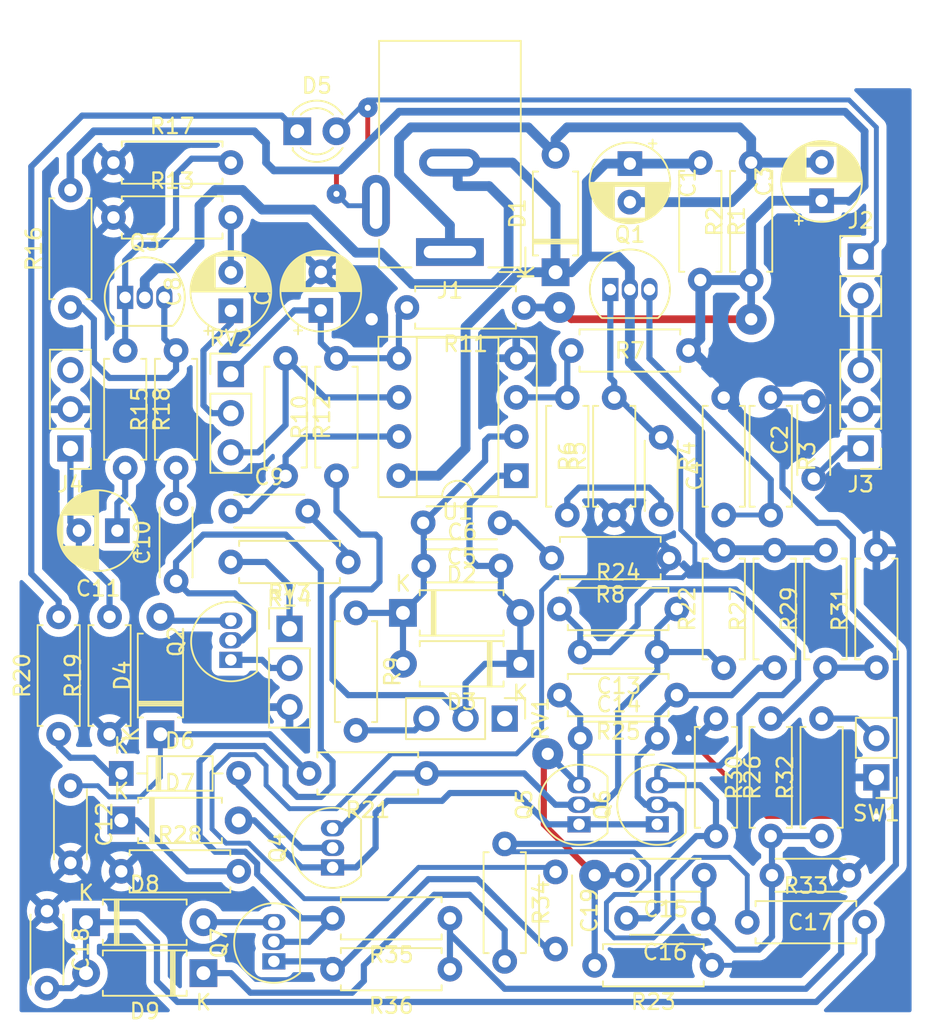
<source format=kicad_pcb>
(kicad_pcb (version 20221018) (generator pcbnew)
  (layers (0 "F.Cu" signal) (31 "B.Cu" signal) (34 "B.Paste" user) (35 "F.Paste" user) (36 "B.SilkS" user "B.Silkscreen") (37 "F.SilkS" user "F.Silkscreen") (38 "B.Mask" user) (39 "F.Mask" user) (44 "Edge.Cuts" user))
  (net 0 "")
  (net 1 "9V")
  (net 2 "Net-(D1-A)")
  (net 3 "Net-(C2-Pad1)")
  (net 4 "Net-(C2-Pad2)")
  (net 5 "4V5")
  (net 6 "Net-(Q1-E)")
  (net 7 "Net-(C4-Pad2)")
  (net 8 "Net-(C5-Pad1)")
  (net 9 "Net-(D2-K)")
  (net 10 "Net-(D2-A)")
  (net 11 "Net-(U1B-+)")
  (net 12 "GND")
  (net 13 "Net-(C8-Pad1)")
  (net 14 "Net-(C8-Pad2)")
  (net 15 "Net-(C9-Pad1)")
  (net 16 "Net-(C9-Pad2)")
  (net 17 "Net-(Q2-S)")
  (net 18 "Net-(C10-Pad2)")
  (net 19 "Net-(C11-Pad1)")
  (net 20 "Net-(C11-Pad2)")
  (net 21 "Net-(D4-K)")
  (net 22 "Net-(Q4-B)")
  (net 23 "Net-(Q6-B)")
  (net 24 "Net-(Q5-B)")
  (net 25 "Net-(Q6-C)")
  (net 26 "Net-(C15-Pad1)")
  (net 27 "Net-(D8-K)")
  (net 28 "Net-(Q7-D)")
  (net 29 "Net-(D4-A)")
  (net 30 "Net-(D5-K)")
  (net 31 "Net-(D5-A)")
  (net 32 "Net-(D6-K)")
  (net 33 "Net-(D6-A)")
  (net 34 "Net-(D7-K)")
  (net 35 "Net-(D7-A)")
  (net 36 "Net-(D8-A)")
  (net 37 "Net-(D9-K)")
  (net 38 "Net-(J2-Pin_2)")
  (net 40 "Net-(Q1-B)")
  (net 41 "Net-(Q2-D)")
  (net 42 "Net-(Q3-E)")
  (net 43 "Net-(Q3-B)")
  (net 44 "Net-(U1A-+)")
  (net 45 "Net-(R9-Pad2)")
  (net 46 "Net-(U1B--)")
  (net 47 "Net-(R14-Pad2)")
  (net 48 "Net-(R29-Pad1)")
  (net 49 "Net-(R32-Pad2)")
  (footprint "Capacitor_THT:C_Disc_D4.3mm_W1.9mm_P5.00mm" (layer "F.Cu") (at 185.928 87.63 180)
    (fp_text reference "C15")
    (fp_text value "1n")
  )
  (footprint "Resistor_THT:R_Axial_DIN0207_L6.3mm_D2.5mm_P7.62mm_Horizontal" (layer "F.Cu") (at 184.15 75.946 180)
    (fp_text reference "R25")
    (fp_text value "56K")
  )
  (footprint "Package_TO_SOT_THT:TO-92L_Inline" (layer "F.Cu") (at 157.988 93.218 90)
    (fp_text reference "Q7")
    (fp_text value "2SK44SP")
  )
  (footprint "Resistor_THT:R_Axial_DIN0207_L6.3mm_D2.5mm_P7.62mm_Horizontal" (layer "F.Cu") (at 193.802 74.168 90)
    (fp_text reference "R29")
    (fp_text value "62K")
  )
  (footprint "Resistor_THT:R_Axial_DIN0207_L6.3mm_D2.5mm_P7.62mm_Horizontal" (layer "F.Cu") (at 193.548 85.09 90)
    (fp_text reference "R32")
    (fp_text value "22K")
  )
  (footprint "Resistor_THT:R_Axial_DIN0207_L6.3mm_D2.5mm_P7.62mm_Horizontal" (layer "F.Cu") (at 180.086 64.262 90)
    (fp_text reference "R5")
    (fp_text value "10K")
  )
  (footprint "Connector_PinHeader_2.54mm:PinHeader_1x03_P2.54mm_Vertical" (layer "F.Cu") (at 155.194 55.118)
    (fp_text reference "RV2")
    (fp_text value "20K")
  )
  (footprint "Resistor_THT:R_Axial_DIN0207_L6.3mm_D2.5mm_P7.62mm_Horizontal" (layer "F.Cu") (at 148.336 53.594 -90)
    (fp_text reference "R18")
    (fp_text value "100")
  )
  (footprint "Connector_PinHeader_2.54mm:PinHeader_1x03_P2.54mm_Vertical" (layer "F.Cu") (at 144.78 59.944 180)
    (fp_text reference "J4")
    (fp_text value "OUT")
  )
  (footprint "Resistor_THT:R_Axial_DIN0207_L6.3mm_D2.5mm_P7.62mm_Horizontal" (layer "F.Cu") (at 151.638 61.214 90)
    (fp_text reference "R15")
    (fp_text value "1K")
  )
  (footprint "Connector_PinHeader_2.54mm:PinHeader_1x02_P2.54mm_Vertical" (layer "F.Cu") (at 196.088 47.493)
    (fp_text reference "J2")
    (fp_text value "BAT")
  )
  (footprint "Resistor_THT:R_Axial_DIN0207_L6.3mm_D2.5mm_P7.62mm_Horizontal" (layer "F.Cu") (at 144.018 78.486 90)
    (fp_text reference "R20")
    (fp_text value "136K")
  )
  (footprint "Connector_BarrelJack:BarrelJack_Wuerth_6941xx301002" (layer "F.Cu") (at 169.418 47.202 180)
    (fp_text reference "J1")
    (fp_text value "DC 9V")
  )
  (footprint "Package_TO_SOT_THT:TO-92L_Inline" (layer "F.Cu") (at 155.194 73.66 90)
    (fp_text reference "Q2")
    (fp_text value "2SK44SP")
  )
  (footprint "Capacitor_THT:C_Disc_D4.3mm_W1.9mm_P5.00mm" (layer "F.Cu") (at 144.78 81.828 -90)
    (fp_text reference "C12")
    (fp_text value "0.02")
  )
  (footprint "Resistor_THT:R_Axial_DIN0207_L6.3mm_D2.5mm_P7.62mm_Horizontal" (layer "F.Cu") (at 190.246 85.09 90)
    (fp_text reference "R30")
    (fp_text value "1M")
  )
  (footprint "Connector_PinHeader_2.54mm:PinHeader_1x02_P2.54mm_Vertical" (layer "F.Cu") (at 197.104 81.285 180)
    (fp_text reference "SW1")
    (fp_text value "SW_Push")
  )
  (footprint "Capacitor_THT:C_Disc_D4.3mm_W1.9mm_P5.00mm" (layer "F.Cu") (at 182.88 73.152 180)
    (fp_text reference "C13")
    (fp_text value "100p")
  )
  (footprint "Diode_THT:D_A-405_P7.62mm_Horizontal" (layer "F.Cu") (at 145.796 90.678)
    (fp_text reference "D8")
    (fp_text value "D")
  )
  (footprint "Capacitor_THT:C_Disc_D4.3mm_W1.9mm_P5.00mm" (layer "F.Cu") (at 155.194 64.008)
    (fp_text reference "C9")
    (fp_text value "1uF/50V")
  )
  (footprint "Capacitor_THT:C_Disc_D4.3mm_W1.9mm_P5.00mm" (layer "F.Cu") (at 143.256 89.956 -90)
    (fp_text reference "C18")
    (fp_text value "0.047")
  )
  (footprint "Resistor_THT:R_Axial_DIN0207_L6.3mm_D2.5mm_P7.62mm_Horizontal" (layer "F.Cu") (at 147.574 41.402)
    (fp_text reference "R17")
    (fp_text value "10K")
  )
  (footprint "Package_DIP:DIP-8_W7.62mm_Socket" (layer "F.Cu") (at 173.726 61.712 180)
    (fp_text reference "U1")
    (fp_text value "RC4558")
  )
  (footprint "Resistor_THT:R_Axial_DIN0207_L6.3mm_D2.5mm_P7.62mm_Horizontal" (layer "F.Cu") (at 147.32 78.486 90)
    (fp_text reference "R19")
    (fp_text value "10K")
  )
  (footprint "Capacitor_THT:CP_Radial_D5.0mm_P2.50mm" (layer "F.Cu") (at 155.194 51.014 90)
    (fp_text reference "C8")
    (fp_text value "0.22uF/10V")
  )
  (footprint "Resistor_THT:R_Axial_DIN0207_L6.3mm_D2.5mm_P7.62mm_Horizontal" (layer "F.Cu") (at 187.198 64.262 90)
    (fp_text reference "R4")
    (fp_text value "510K")
  )
  (footprint "Resistor_THT:R_Axial_DIN0207_L6.3mm_D2.5mm_P7.62mm_Horizontal" (layer "F.Cu") (at 190.246 56.642 -90)
    (fp_text reference "R3")
    (fp_text value "1K")
  )
  (footprint "Capacitor_THT:CP_Radial_D5.0mm_P2.50mm" (layer "F.Cu") (at 161.036 50.989113 90)
    (fp_text reference "C7")
    (fp_text value "0.22uF/10V")
  )
  (footprint "Resistor_THT:R_Axial_DIN0207_L6.3mm_D2.5mm_P7.62mm_Horizontal" (layer "F.Cu") (at 158.75 54.102 -90)
    (fp_text reference "R12")
    (fp_text value "1K")
  )
  (footprint "Resistor_THT:R_Axial_DIN0207_L6.3mm_D2.5mm_P7.62mm_Horizontal" (layer "F.Cu") (at 177.038 64.262 90)
    (fp_text reference "R6")
    (fp_text value "1K")
  )
  (footprint "Diode_THT:D_A-405_P7.62mm_Horizontal" (layer "F.Cu") (at 173.99 73.914 180)
    (fp_text reference "D3")
    (fp_text value "D")
  )
  (footprint "Resistor_THT:R_Axial_DIN0207_L6.3mm_D2.5mm_P7.62mm_Horizontal" (layer "F.Cu") (at 197.104 74.168 90)
    (fp_text reference "R31")
    (fp_text value "22K")
  )
  (footprint "Capacitor_THT:C_Disc_D4.3mm_W1.9mm_P5.00mm" (layer "F.Cu") (at 193.04 61.896 90)
    (fp_text reference "C2")
    (fp_text value "0.02")
  )
  (footprint "Capacitor_THT:CP_Radial_D5.0mm_P2.50mm" (layer "F.Cu") (at 147.828 65.278 180)
    (fp_text reference "C11")
    (fp_text value "10uF/35V")
  )
  (footprint "Capacitor_THT:C_Disc_D4.3mm_W1.9mm_P5.00mm" (layer "F.Cu") (at 195.326 87.63 180)
    (fp_text reference "C17")
    (fp_text value "1n")
  )
  (footprint "Resistor_THT:R_Axial_DIN0207_L6.3mm_D2.5mm_P7.62mm_Horizontal" (layer "F.Cu") (at 169.418 90.424 180)
    (fp_text reference "R35")
    (fp_text value "510K")
  )
  (footprint "Resistor_THT:R_Axial_DIN0207_L6.3mm_D2.5mm_P7.62mm_Horizontal" (layer "F.Cu") (at 187.198 74.168 90)
    (fp_text reference "R22")
    (fp_text value "56K")
  )
  (footprint "Resistor_THT:R_Axial_DIN0207_L6.3mm_D2.5mm_P7.62mm_Horizontal" (layer "F.Cu") (at 169.418 93.726 180)
    (fp_text reference "R36")
    (fp_text value "510K")
  )
  (footprint "Capacitor_THT:C_Disc_D4.3mm_W1.9mm_P5.00mm" (layer "F.Cu") (at 183.134 59.222 -90)
    (fp_text reference "C4")
    (fp_text value "0.02")
  )
  (footprint "Resistor_THT:R_Axial_DIN0207_L6.3mm_D2.5mm_P7.62mm_Horizontal" (layer "F.Cu") (at 147.574 44.958)
    (fp_text reference "R13")
    (fp_text value "220")
  )
  (footprint "Resistor_THT:R_Axial_DIN0207_L6.3mm_D2.5mm_P7.62mm_Horizontal" (layer "F.Cu") (at 162.814 67.31 180)
    (fp_text reference "R14")
    (fp_text value "1K")
  )
  (footprint "Package_TO_SOT_THT:TO-92_Inline" (layer "F.Cu") (at 148.336 50.144)
    (fp_text reference "Q3")
    (fp_text value "2SC1815")
  )
  (footprint "Capacitor_THT:CP_Radial_D5.0mm_P2.50mm" (layer "F.Cu") (at 193.548 43.877113 90)
    (fp_text reference "C3")
    (fp_text value "100uF/10V")
  )
  (footprint "Package_TO_SOT_THT:TO-92_Inline" (layer "F.Cu") (at 161.798 87.122 90)
    (fp_text reference "Q4")
    (fp_text value "2SC1815")
  )
  (footprint "Diode_THT:D_A-405_P7.62mm_Horizontal" (layer "F.Cu") (at 148.082 84.074)
    (fp_text reference "D7")
    (fp_text value "D")
  )
  (footprint "Diode_THT:D_A-405_P7.62mm_Horizontal" (layer "F.Cu") (at 176.276 48.514 90)
    (fp_text reference "D1")
    (fp_text value "D")
  )
  (footprint "Resistor_THT:R_Axial_DIN0207_L6.3mm_D2.5mm_P7.62mm_Horizontal" (layer "F.Cu") (at 144.78 50.8 90)
    (fp_text reference "R16")
    (fp_text value "510K")
  )
  (footprint "Package_TO_SOT_THT:TO-92_Inline" (layer "F.Cu") (at 179.832 49.636)
    (fp_text reference "Q1")
    (fp_text value "2SC1815")
  )
  (footprint "Resistor_THT:R_Axial_DIN0207_L6.3mm_D2.5mm_P7.62mm_Horizontal" (layer "F.Cu") (at 162.052 61.722 90)
    (fp_text reference "R10")
    (fp_text value "1K")
  )
  (footprint "Capacitor_THT:C_Disc_D4.3mm_W1.9mm_P5.00mm" (layer "F.Cu") (at 177.88 78.74)
    (fp_text reference "C14")
    (fp_text value "100p")
  )
  (footprint "Resistor_THT:R_Axial_DIN0207_L6.3mm_D2.5mm_P7.62mm_Horizontal" (layer "F.Cu") (at 190.5 74.168 90)
    (fp_text reference "R27")
    (fp_text value "56K")
  )
  (footprint "Diode_THT:D_A-405_P7.62mm_Horizontal" (layer "F.Cu") (at 150.622 78.486 90)
    (fp_text reference "D4")
    (fp_text value "D")
  )
  (footprint "Connector_PinHeader_2.54mm:PinHeader_1x03_P2.54mm_Vertical" (layer "F.Cu") (at 159.004 71.643)
    (fp_text reference "RV3")
    (fp_text value "20K")
  )
  (footprint "Connector_PinHeader_2.54mm:PinHeader_1x03_P2.54mm_Vertical" (layer "F.Cu") (at 196.088 59.944 180)
    (fp_text reference "J3")
    (fp_text value "IN")
  )
  (footprint "Resistor_THT:R_Axial_DIN0207_L6.3mm_D2.5mm_P7.62mm_Horizontal" (layer "F.Cu") (at 184.912 53.594 180)
    (fp_text reference "R7")
    (fp_text value "10K")
  )
  (footprint "Resistor_THT:R_Axial_DIN0207_L6.3mm_D2.5mm_P7.62mm_Horizontal" (layer "F.Cu") (at 183.642 67.056 180)
    (fp_text reference "R8")
    (fp_text value "4K7")
  )
  (footprint "Diode_THT:D_A-405_P7.62mm_Horizontal" (layer "F.Cu") (at 153.416 93.98 180)
    (fp_text reference "D9")
    (fp_text value "D")
  )
  (footprint "Resistor_THT:R_Axial_DIN0207_L6.3mm_D2.5mm_P7.62mm_Horizontal" (layer "F.Cu") (at 185.674 41.402 -90)
    (fp_text reference "R1")
    (fp_text value "10K")
  )
  (footprint "Capacitor_THT:C_Disc_D4.3mm_W1.9mm_P5.00mm" (layer "F.Cu") (at 185.888 90.424 180)
    (fp_text reference "C16")
    (fp_text value "1n")
  )
  (footprint "Capacitor_THT:CP_Radial_D5.0mm_P2.50mm" (layer "F.Cu") (at 181.102 41.466888 -90)
    (fp_text reference "C1")
    (fp_text value "100uF/10V")
  )
  (footprint "Resistor_THT:R_Axial_DIN0207_L6.3mm_D2.5mm_P7.62mm_Horizontal" (layer "F.Cu") (at 148.082 87.376)
    (fp_text reference "R28")
    (fp_text value "100")
  )
  (footprint "Capacitor_THT:C_Disc_D4.3mm_W1.9mm_P5.00mm" (layer "F.Cu") (at 167.72 67.564)
    (fp_text reference "C6")
    (fp_text value "0.047")
  )
  (footprint "Resistor_THT:R_Axial_DIN0207_L6.3mm_D2.5mm_P7.62mm_Horizontal" (layer "F.Cu") (at 188.722 90.678)
    (fp_text reference "R33")
    (fp_text value "1M")
  )
  (footprint "LED_THT:LED_D3.0mm" (layer "F.Cu") (at 159.507 39.37)
    (fp_text reference "D5")
    (fp_text value "LED")
  )
  (footprint "Package_TO_SOT_THT:TO-92_Inline" (layer "F.Cu") (at 182.88 84.328 90)
    (fp_text reference "Q6")
    (fp_text value "2SC1815")
  )
  (footprint "Resistor_THT:R_Axial_DIN0207_L6.3mm_D2.5mm_P7.62mm_Horizontal" (layer "F.Cu") (at 176.53 70.358)
    (fp_text reference "R24")
    (fp_text value "56K")
  )
  (footprint "Capacitor_THT:C_Disc_D4.3mm_W1.9mm_P5.00mm" (layer "F.Cu") (at 176.276 87.416 -90)
    (fp_text reference "C19")
    (fp_text value "0.1")
  )
  (footprint "Diode_THT:D_DO-35_SOD27_P7.62mm_Horizontal" (layer "F.Cu") (at 148.082 81.026)
    (fp_text reference "D6")
    (fp_text value "D_Zener")
  )
  (footprint "Resistor_THT:R_Axial_DIN0207_L6.3mm_D2.5mm_P7.62mm_Horizontal" (layer "F.Cu") (at 186.436 93.472 180)
    (fp_text reference "R23")
    (fp_text value "56K")
  )
  (footprint "Diode_THT:D_A-405_P7.62mm_Horizontal" (layer "F.Cu") (at 166.37 70.612)
    (fp_text reference "D2")
    (fp_text value "D")
  )
  (footprint "Capacitor_THT:C_Disc_D4.3mm_W1.9mm_P5.00mm" (layer "F.Cu") (at 172.68 64.77 180)
    (fp_text reference "C5")
    (fp_text value "0.047")
  )
  (footprint "Resistor_THT:R_Axial_DIN0207_L6.3mm_D2.5mm_P7.62mm_Horizontal" (layer "F.Cu") (at 174.244 50.8 180)
    (fp_text reference "R11")
    (fp_text value "10K")
  )
  (footprint "Resistor_THT:R_Axial_DIN0207_L6.3mm_D2.5mm_P7.62mm_Horizontal" (layer "F.Cu") (at 167.894 81.026 180)
    (fp_text reference "R21")
    (fp_text value "1M")
  )
  (footprint "Resistor_THT:R_Axial_DIN0207_L6.3mm_D2.5mm_P7.62mm_Horizontal" (layer "F.Cu") (at 186.69 77.47 -90)
    (fp_text reference "R26")
    (fp_text value "56K")
  )
  (footprint "Capacitor_THT:C_Disc_D4.3mm_W1.9mm_P5.00mm" (layer "F.Cu") (at 151.638 68.54 90)
    (fp_text reference "C10")
    (fp_text value "0.02")
  )
  (footprint "Resistor_THT:R_Axial_DIN0207_L6.3mm_D2.5mm_P7.62mm_Horizontal" (layer "F.Cu") (at 172.974 85.598 -90)
    (fp_text reference "R34")
    (fp_text value "1M")
  )
  (footprint "Resistor_THT:R_Axial_DIN0207_L6.3mm_D2.5mm_P7.62mm_Horizontal" (layer "F.Cu") (at 188.976 49.022 90)
    (fp_text reference "R2")
    (fp_text value "10K")
  )
  (footprint "Package_TO_SOT_THT:TO-92_Inline" (layer "F.Cu") (at 177.8 84.328 90)
    (fp_text reference "Q5")
    (fp_text value "2SC1815")
  )
  (footprint "Connector_PinHeader_2.54mm:PinHeader_1x03_P2.54mm_Vertical" (layer "F.Cu") (at 172.974 77.47 -90)
    (fp_text reference "RV1")
    (fp_text value "500K")
  )
  (footprint "Resistor_THT:R_Axial_DIN0207_L6.3mm_D2.5mm_P7.62mm_Horizontal" (layer "F.Cu") (at 163.322 70.612 -90)
    (fp_text reference "R9")
    (fp_text value "4K7")
  )
  (segment (start 163.322 47.244) (end 164.931227 47.244) (width 0.635) (layer "B.Cu") (net 1))
  (segment (start 181.102 54.356) (end 185.674 58.928) (width 0.635) (layer "B.Cu") (net 1))
  (segment (start 153.162 44.196) (end 154.178 43.18) (width 0.635) (layer "B.Cu") (net 1))
  (segment (start 185.609112 41.466888) (end 185.674 41.402) (width 0.635) (layer "B.Cu") (net 1))
  (segment (start 185.674 58.928) (end 185.674 65.532) (width 0.635) (layer "B.Cu") (net 1))
  (segment (start 176.276 48.514) (end 176.276 44.196) (width 0.635) (layer "B.Cu") (net 1))
  (segment (start 178.308 42.672) (end 179.513112 41.466888) (width 0.635) (layer "B.Cu") (net 1))
  (segment (start 181.102 49.636) (end 181.102 48.26) (width 0.635) (layer "B.Cu") (net 1))
  (segment (start 176.276 44.196) (end 173.482 41.402) (width 0.635) (layer "B.Cu") (net 1))
  (segment (start 190.5 66.548) (end 193.802 66.548) (width 0.635) (layer "B.Cu") (net 1))
  (segment (start 160.528 44.45) (end 163.322 47.244) (width 0.635) (layer "B.Cu") (net 1))
  (segment (start 185.674 65.532) (end 186.69 66.548) (width 0.635) (layer "B.Cu") (net 1))
  (segment (start 151.638 48.26) (end 153.162 46.736) (width 0.635) (layer "B.Cu") (net 1))
  (segment (start 150.368 48.26) (end 151.638 48.26) (width 0.635) (layer "B.Cu") (net 1))
  (segment (start 149.606 50.144) (end 149.606 49.022) (width 0.635) (layer "B.Cu") (net 1))
  (segment (start 181.102 48.26) (end 180.34 47.498) (width 0.635) (layer "B.Cu") (net 1))
  (segment (start 173.228 44.196) (end 171.958 42.926) (width 0.635) (layer "B.Cu") (net 1))
  (segment (start 166.963227 49.276) (end 172.212 49.276) (width 0.635) (layer "B.Cu") (net 1))
  (segment (start 179.513112 41.466888) (end 181.102 41.466888) (width 0.635) (layer "B.Cu") (net 1))
  (segment (start 157.226 44.45) (end 160.528 44.45) (width 0.635) (layer "B.Cu") (net 1))
  (segment (start 181.291112 41.402) (end 181.356 41.466888) (width 0.635) (layer "B.Cu") (net 1))
  (segment (start 171.958 42.926) (end 169.926 42.926) (width 0.635) (layer "B.Cu") (net 1))
  (segment (start 168.666 61.712) (end 170.434 59.944) (width 0.635) (layer "B.Cu") (net 1))
  (segment (start 149.606 49.022) (end 150.368 48.26) (width 0.635) (layer "B.Cu") (net 1))
  (segment (start 186.69 66.548) (end 187.198 66.548) (width 0.635) (layer "B.Cu") (net 1))
  (segment (start 170.434 59.944) (end 170.434 52.07) (width 0.635) (layer "B.Cu") (net 1))
  (segment (start 187.198 66.548) (end 190.5 66.548) (width 0.635) (layer "B.Cu") (net 1))
  (segment (start 173.228 48.26) (end 173.228 44.196) (width 0.635) (layer "B.Cu") (net 1))
  (segment (start 170.434 52.07) (end 173.99 48.514) (width 0.635) (layer "B.Cu") (net 1))
  (segment (start 164.931227 47.244) (end 166.963227 49.276) (width 0.635) (layer "B.Cu") (net 1))
  (segment (start 169.926 42.926) (end 169.926 41.91) (width 0.635) (layer "B.Cu") (net 1))
  (segment (start 181.102 49.636) (end 181.102 54.356) (width 0.635) (layer "B.Cu") (net 1))
  (segment (start 181.102 41.466888) (end 185.609112 41.466888) (width 0.635) (layer "B.Cu") (net 1))
  (segment (start 155.956 43.18) (end 157.226 44.45) (width 0.635) (layer "B.Cu") (net 1))
  (segment (start 173.482 41.402) (end 169.418 41.402) (width 0.635) (layer "B.Cu") (net 1))
  (segment (start 169.926 41.91) (end 169.418 41.402) (width 0.635) (layer "B.Cu") (net 1))
  (segment (start 178.308 47.498) (end 178.308 42.672) (width 0.635) (layer "B.Cu") (net 1))
  (segment (start 180.34 47.498) (end 178.308 47.498) (width 0.635) (layer "B.Cu") (net 1))
  (segment (start 172.212 49.276) (end 173.228 48.26) (width 0.635) (layer "B.Cu") (net 1))
  (segment (start 153.162 46.736) (end 153.162 44.196) (width 0.635) (layer "B.Cu") (net 1))
  (segment (start 176.276 48.514) (end 177.292 48.514) (width 0.635) (layer "B.Cu") (net 1))
  (segment (start 177.292 48.514) (end 178.308 47.498) (width 0.635) (layer "B.Cu") (net 1))
  (segment (start 166.106 61.712) (end 168.666 61.712) (width 0.635) (layer "B.Cu") (net 1))
  (segment (start 173.99 48.514) (end 176.276 48.514) (width 0.635) (layer "B.Cu") (net 1))
  (segment (start 154.178 43.18) (end 155.956 43.18) (width 0.635) (layer "B.Cu") (net 1))
  (segment (start 166.878 39.116) (end 166.116 39.878) (width 0.635) (layer "B.Cu") (net 2))
  (segment (start 177.038 39.116) (end 188.214 39.116) (width 0.635) (layer "B.Cu") (net 2))
  (segment (start 188.976 39.878) (end 188.976 41.402) (width 0.635) (layer "B.Cu") (net 2))
  (segment (start 176.276 40.894) (end 176.276 39.878) (width 0.635) (layer "B.Cu") (net 2))
  (segment (start 188.976 42.672) (end 187.681112 43.966888) (width 0.635) (layer "B.Cu") (net 2))
  (segment (start 188.214 39.116) (end 188.976 39.878) (width 0.635) (layer "B.Cu") (net 2))
  (segment (start 176.276 39.878) (end 177.038 39.116) (width 0.635) (layer "B.Cu") (net 2))
  (segment (start 188.976 41.402) (end 193.523113 41.402) (width 0.635) (layer "B.Cu") (net 2))
  (segment (start 176.276 40.894) (end 174.498 39.116) (width 0.635) (layer "B.Cu") (net 2))
  (segment (start 187.681112 43.966888) (end 181.102 43.966888) (width 0.635) (layer "B.Cu") (net 2))
  (segment (start 166.116 39.878) (end 166.116 42.164) (width 0.635) (layer "B.Cu") (net 2))
  (segment (start 174.498 39.116) (end 166.878 39.116) (width 0.635) (layer "B.Cu") (net 2))
  (segment (start 188.976 41.402) (end 188.976 42.672) (width 0.635) (layer "B.Cu") (net 2))
  (segment (start 169.418 45.466) (end 169.418 47.202) (width 0.635) (layer "B.Cu") (net 2))
  (segment (start 166.116 42.164) (end 169.418 45.466) (width 0.635) (layer "B.Cu") (net 2))
  (segment (start 193.523113 41.402) (end 193.548 41.377113) (width 0.635) (layer "B.Cu") (net 2))
  (segment (start 194.992 59.944) (end 193.04 61.896) (width 0.4) (layer "B.Cu") (net 3))
  (segment (start 193.04 61.896) (end 192.532 61.896) (width 0.4) (layer "B.Cu") (net 3))
  (segment (start 196.088 59.944) (end 194.992 59.944) (width 0.4) (layer "B.Cu") (net 3))
  (segment (start 190.246 56.642) (end 192.278 56.642) (width 0.4) (layer "B.Cu") (net 4))
  (segment (start 192.278 56.642) (end 192.532 56.896) (width 0.4) (layer "B.Cu") (net 4))
  (segment (start 189.23 51.562) (end 188.976 51.562) (width 0.5) (layer "F.Cu") (net 5))
  (segment (start 176.53 50.8) (end 177.292 51.562) (width 0.5) (layer "F.Cu") (net 5))
  (segment (start 177.292 51.562) (end 188.976 51.562) (width 0.5) (layer "F.Cu") (net 5))
  (via (at 188.976 51.562) (size 2) (drill 0.8) (layers "F.Cu" "B.Cu") (net 5))
  (via (at 176.53 50.8) (size 2) (drill 0.8) (layers "F.Cu" "B.Cu") (net 5))
  (segment (start 193.294 64.77) (end 194.564 64.77) (width 0.4) (layer "B.Cu") (net 5))
  (segment (start 144.78 43.18) (end 144.78 40.894) (width 0.5) (layer "B.Cu") (net 5))
  (segment (start 195.58 65.786) (end 195.58 70.358) (width 0.4) (layer "B.Cu") (net 5))
  (segment (start 156.718 39.37) (end 157.48 40.132) (width 0.5) (layer "B.Cu") (net 5))
  (segment (start 193.548 43.877113) (end 190.310887 43.877113) (width 0.635) (layer "B.Cu") (net 5))
  (segment (start 166.116 38.1) (end 195.072 38.1) (width 0.5) (layer "B.Cu") (net 5))
  (segment (start 188.976 45.212) (end 188.976 49.022) (width 0.635) (layer "B.Cu") (net 5))
  (segment (start 195.58 70.358) (end 198.374 73.152) (width 0.4) (layer "B.Cu") (net 5))
  (segment (start 144.78 40.894) (end 146.304 39.37) (width 0.5) (layer "B.Cu") (net 5))
  (segment (start 185.674 49.022) (end 185.674 52.832) (width 0.635) (layer "B.Cu") (net 5))
  (segment (start 157.48 41.402) (end 157.988 41.91) (width 0.5) (layer "B.Cu") (net 5))
  (segment (start 187.198 55.626) (end 185.166 53.594) (width 0.635) (layer "B.Cu") (net 5))
  (segment (start 188.976 51.562) (end 188.976 49.022) (width 0.5) (layer "B.Cu") (net 5))
  (segment (start 187.198 56.642) (end 187.198 55.626) (width 0.635) (layer "B.Cu") (net 5))
  (segment (start 194.818 90.504943) (end 194.818 92.71) (width 0.4) (layer "B.Cu") (net 5))
  (segment (start 188.976 49.022) (end 185.674 49.022) (width 0.635) (layer "B.Cu") (net 5))
  (segment (start 174.244 50.8) (end 176.53 50.8) (width 0.5) (layer "B.Cu") (net 5))
  (segment (start 195.326 43.942) (end 195.261113 43.877113) (width 0.5) (layer "B.Cu") (net 5))
  (segment (start 195.072 38.1) (end 196.342 39.37) (width 0.5) (layer "B.Cu") (net 5))
  (segment (start 187.198 56.642) (end 191.008 60.452) (width 0.4) (layer "B.Cu") (net 5))
  (segment (start 185.674 52.832) (end 184.912 53.594) (width 0.635) (layer "B.Cu") (net 5))
  (segment (start 194.818 92.71) (end 192.532 94.996) (width 0.4) (layer "B.Cu") (net 5))
  (segment (start 162.306 41.91) (end 166.116 38.1) (width 0.5) (layer "B.Cu") (net 5))
  (segment (start 169.418 93.726) (end 169.418 90.424) (width 0.4) (layer "B.Cu") (net 5))
  (segment (start 157.988 41.91) (end 162.306 41.91) (width 0.5) (layer "B.Cu") (net 5))
  (segment (start 172.974 94.996) (end 169.418 91.44) (width 0.4) (layer "B.Cu") (net 5))
  (segment (start 198.374 86.948943) (end 194.818 90.504943) (width 0.4) (layer "B.Cu") (net 5))
  (segment (start 196.342 39.37) (end 196.342 42.926) (width 0.5) (layer "B.Cu") (net 5))
  (segment (start 191.008 60.452) (end 191.008 62.484) (width 0.4) (layer "B.Cu") (net 5))
  (segment (start 191.008 62.484) (end 193.294 64.77) (width 0.4) (layer "B.Cu") (net 5))
  (segment (start 192.532 94.996) (end 172.974 94.996) (width 0.4) (layer "B.Cu") (net 5))
  (segment (start 196.342 42.926) (end 195.326 43.942) (width 0.5) (layer "B.Cu") (net 5))
  (segment (start 195.261113 43.877113) (end 193.548 43.877113) (width 0.5) (layer "B.Cu") (net 5))
  (segment (start 157.48 40.132) (end 157.48 41.402) (width 0.5) (layer "B.Cu") (net 5))
  (segment (start 169.418 91.44) (end 169.418 90.424) (width 0.4) (layer "B.Cu") (net 5))
  (segment (start 185.166 53.594) (end 184.912 53.594) (width 0.635) (layer "B.Cu") (net 5))
  (segment (start 198.374 73.152) (end 198.374 86.948943) (width 0.4) (layer "B.Cu") (net 5))
  (segment (start 146.304 39.37) (end 156.718 39.37) (width 0.5) (layer "B.Cu") (net 5))
  (segment (start 194.564 64.77) (end 195.58 65.786) (width 0.4) (layer "B.Cu") (net 5))
  (segment (start 190.310887 43.877113) (end 188.976 45.212) (width 0.635) (layer "B.Cu") (net 5))
  (segment (start 153.9745 84.6325) (end 153.9745 80.9755) (width 0.317) (layer "B.Cu") (net 6))
  (segment (start 175.982 87.122) (end 167.386 87.122) (width 0.317) (layer "B.Cu") (net 6))
  (segment (start 157.48 80.518) (end 157.48 81.788) (width 0.317) (layer "B.Cu") (net 6))
  (segment (start 156.7685 79.8065) (end 157.48 80.518) (width 0.317) (layer "B.Cu") (net 6))
  (segment (start 173.736 79.756) (end 175.3715 78.1205) (width 0.317) (layer "B.Cu") (net 6))
  (segment (start 179.832 55.372) (end 180.086 55.626) (width 0.4) (layer "B.Cu") (net 6))
  (segment (start 176.276 87.416) (end 175.982 87.122) (width 0.317) (layer "B.Cu") (net 6))
  (segment (start 184.404 65.218008) (end 184.404 60.492) (width 0.317) (layer "B.Cu") (net 6))
  (segment (start 156.360395 85.5475) (end 154.8895 85.5475) (width 0.317) (layer "B.Cu") (net 6))
  (segment (start 165.354 89.154) (end 159.966895 89.154) (width 0.317) (layer "B.Cu") (net 6))
  (segment (start 154.8895 85.5475) (end 153.9745 84.6325) (width 0.317) (layer "B.Cu") (net 6))
  (segment (start 159.966895 89.154) (end 156.360395 85.5475) (width 0.317) (layer "B.Cu") (net 6))
  (segment (start 180.086 55.626) (end 180.086 56.642) (width 0.4) (layer "B.Cu") (net 6))
  (segment (start 182.92 59.222) (end 180.34 56.642) (width 0.4) (layer "B.Cu") (net 6))
  (segment (start 159.004 83.312) (end 162.052 83.312) (width 0.317) (layer "B.Cu") (net 6))
  (segment (start 167.386 87.122) (end 165.354 89.154) (width 0.317) (layer "B.Cu") (net 6))
  (segment (start 185.322996 66.137004) (end 184.404 65.218008) (width 0.317) (layer "B.Cu") (net 6))
  (segment (start 183.134 59.222) (end 182.92 59.222) (width 0.4) (layer "B.Cu") (net 6))
  (segment (start 176.234316 68.326) (end 184.518367 68.326) (width 0.317) (layer "B.Cu") (net 6))
  (segment (start 185.322996 67.521371) (end 185.322996 66.137004) (width 0.317) (layer "B.Cu") (net 6))
  (segment (start 165.608 79.756) (end 173.736 79.756) (width 0.317) (layer "B.Cu") (net 6))
  (segment (start 179.832 49.636) (end 179.832 55.372) (width 0.4) (layer "B.Cu") (net 6))
  (segment (start 184.404 60.492) (end 183.134 59.222) (width 0.317) (layer "B.Cu") (net 6))
  (segment (start 157.48 81.788) (end 159.004 83.312) (width 0.317) (layer "B.Cu") (net 6))
  (segment (start 180.34 56.642) (end 180.086 56.642) (width 0.4) (layer "B.Cu") (net 6))
  (segment (start 184.518367 68.326) (end 185.322996 67.521371) (width 0.317) (layer "B.Cu") (net 6))
  (segment (start 175.3715 69.188816) (end 176.234316 68.326) (width 0.317) (layer "B.Cu") (net 6))
  (segment (start 155.1435 79.8065) (end 156.7685 79.8065) (width 0.317) (layer "B.Cu") (net 6))
  (segment (start 175.3715 78.1205) (end 175.3715 69.188816) (width 0.317) (layer "B.Cu") (net 6))
  (segment (start 153.9745 80.9755) (end 155.1435 79.8065) (width 0.317) (layer "B.Cu") (net 6))
  (segment (start 162.052 83.312) (end 165.608 79.756) (width 0.317) (layer "B.Cu") (net 6))
  (segment (start 183.134 63.246) (end 182.372 62.484) (width 0.4) (layer "B.Cu") (net 7))
  (segment (start 177.8 62.484) (end 177.038 63.246) (width 0.4) (layer "B.Cu") (net 7))
  (segment (start 183.134 64.222) (end 183.134 63.246) (width 0.4) (layer "B.Cu") (net 7))
  (segment (start 177.038 63.246) (end 177.038 64.262) (width 0.4) (layer "B.Cu") (net 7))
  (segment (start 182.372 62.484) (end 177.8 62.484) (width 0.4) (layer "B.Cu") (net 7))
  (segment (start 176.022 67.056) (end 173.736 64.77) (width 0.4) (layer "B.Cu") (net 8))
  (segment (start 173.736 64.77) (end 172.68 64.77) (width 0.4) (layer "B.Cu") (net 8))
  (segment (start 171.968 59.172) (end 173.726 59.172) (width 0.4) (layer "B.Cu") (net 9))
  (segment (start 171.704 59.436) (end 171.968 59.172) (width 0.4) (layer "B.Cu") (net 9))
  (segment (start 167.72 69.262) (end 166.37 70.612) (width 0.4) (layer "B.Cu") (net 9))
  (segment (start 167.72 67.564) (end 167.72 69.262) (width 0.4) (layer "B.Cu") (net 9))
  (segment (start 167.72 64.81) (end 167.68 64.77) (width 0.4) (layer "B.Cu") (net 9))
  (segment (start 167.72 67.564) (end 167.72 64.81) (width 0.4) (layer "B.Cu") (net 9))
  (segment (start 167.68 64.77) (end 171.704 60.746) (width 0.4) (layer "B.Cu") (net 9))
  (segment (start 166.37 70.612) (end 166.37 73.914) (width 0.4) (layer "B.Cu") (net 9))
  (segment (start 171.704 60.746) (end 171.704 59.436) (width 0.4) (layer "B.Cu") (net 9))
  (segment (start 163.322 70.612) (end 166.37 70.612) (width 0.4) (layer "B.Cu") (net 9))
  (segment (start 164.592 65.532) (end 164.846 65.786) (width 0.4) (layer "B.Cu") (net 10))
  (segment (start 173.726 61.712) (end 172.476 61.712) (width 0.4) (layer "B.Cu") (net 10))
  (segment (start 170.434 77.47) (end 170.434 75.184) (width 0.4) (layer "B.Cu") (net 10))
  (segment (start 164.846 65.786) (end 164.846 68.58) (width 0.4) (layer "B.Cu") (net 10))
  (segment (start 162.052 61.722) (end 162.052 64.008) (width 0.4) (layer "B.Cu") (net 10))
  (segment (start 171.704 73.914) (end 173.99 73.914) (width 0.4) (layer "B.Cu") (net 10))
  (segment (start 161.798 69.596) (end 161.798 74.93) (width 0.4) (layer "B.Cu") (net 10))
  (segment (start 173.99 70.612) (end 173.99 73.914) (width 0.4) (layer "B.Cu") (net 10))
  (segment (start 162.052 64.008) (end 163.576 65.532) (width 0.4) (layer "B.Cu") (net 10))
  (segment (start 170.688 63.5) (end 170.688 67.056) (width 0.4) (layer "B.Cu") (net 10))
  (segment (start 162.814 75.946) (end 168.91 75.946) (width 0.4) (layer "B.Cu") (net 10))
  (segment (start 172.72 67.564) (end 172.72 69.342) (width 0.4) (layer "B.Cu") (net 10))
  (segment (start 172.72 69.342) (end 173.99 70.612) (width 0.4) (layer "B.Cu") (net 10))
  (segment (start 164.338 69.088) (end 162.306 69.088) (width 0.4) (layer "B.Cu") (net 10))
  (segment (start 162.306 69.088) (end 161.798 69.596) (width 0.4) (layer "B.Cu") (net 10))
  (segment (start 172.476 61.712) (end 170.688 63.5) (width 0.4) (layer "B.Cu") (net 10))
  (segment (start 163.576 65.532) (end 164.592 65.532) (width 0.4) (layer "B.Cu") (net 10))
  (segment (start 164.846 68.58) (end 164.338 69.088) (width 0.4) (layer "B.Cu") (net 10))
  (segment (start 170.434 75.184) (end 171.704 73.914) (width 0.4) (layer "B.Cu") (net 10))
  (segment (start 161.798 74.93) (end 162.814 75.946) (width 0.4) (layer "B.Cu") (net 10))
  (segment (start 171.196 67.564) (end 172.72 67.564) (width 0.4) (layer "B.Cu") (net 10))
  (segment (start 168.91 75.946) (end 170.434 77.47) (width 0.4) (layer "B.Cu") (net 10))
  (segment (start 170.688 67.056) (end 171.196 67.564) (width 0.4) (layer "B.Cu") (net 10))
  (segment (start 166.106 51.318) (end 166.624 50.8) (width 0.4) (layer "B.Cu") (net 11))
  (segment (start 159.322887 50.989113) (end 161.036 50.989113) (width 0.4) (layer "B.Cu") (net 11))
  (segment (start 166.106 54.092) (end 166.106 51.318) (width 0.4) (layer "B.Cu") (net 11))
  (segment (start 162.062 54.092) (end 162.052 54.102) (width 0.4) (layer "B.Cu") (net 11))
  (segment (start 161.036 53.086) (end 161.036 50.989113) (width 0.4) (layer "B.Cu") (net 11))
  (segment (start 162.052 54.102) (end 161.036 53.086) (width 0.4) (layer "B.Cu") (net 11))
  (segment (start 155.194 55.118) (end 159.322887 50.989113) (width 0.4) (layer "B.Cu") (net 11))
  (segment (start 166.106 54.092) (end 162.062 54.092) (width 0.4) (layer "B.Cu") (net 11))
  (segment (start 189.992 83.82) (end 184.912 78.74) (width 0.317) (layer "F.Cu") (net 12))
  (segment (start 197.104 83.82) (end 189.992 83.82) (width 0.317) (layer "F.Cu") (net 12))
  (via (at 184.912 78.74) (size 1.27) (drill 0.4) (layers "F.Cu" "B.Cu") (net 12))
  (via (at 164.338 51.562) (size 2) (drill 0.8) (layers "F.Cu" "B.Cu") (net 12))
  (via (at 197.104 83.82) (size 1.27) (drill 0.4) (layers "F.Cu" "B.Cu") (net 12))
  (segment (start 191.516 93.472) (end 192.532 92.456) (width 0.317) (layer "B.Cu") (net 12))
  (segment (start 186.436 93.472) (end 191.516 93.472) (width 0.317) (layer "B.Cu") (net 12))
  (segment (start 185.42 78.74) (end 184.912 78.74) (width 0.317) (layer "B.Cu") (net 12))
  (segment (start 163.043113 48.489113) (end 164.338 49.784) (width 0.4) (layer "B.Cu") (net 12))
  (segment (start 197.104 81.285) (end 197.104 83.82) (width 0.317) (layer "B.Cu") (net 12))
  (segment (start 161.036 48.489113) (end 163.043113 48.489113) (width 0.4) (layer "B.Cu") (net 12))
  (segment (start 186.69 77.47) (end 185.42 78.74) (width 0.317) (layer "B.Cu") (net 12))
  (segment (start 164.338 49.784) (end 164.338 51.562) (width 0.4) (layer "B.Cu") (net 12))
  (segment (start 153.416 57.15) (end 153.416 53.594) (width 0.4) (layer "B.Cu") (net 13))
  (segment (start 155.194 57.658) (end 153.924 57.658) (width 0.4) (layer "B.Cu") (net 13))
  (segment (start 155.194 51.816) (end 155.194 51.014) (width 0.4) (layer "B.Cu") (net 13))
  (segment (start 153.924 57.658) (end 153.416 57.15) (width 0.4) (layer "B.Cu") (net 13))
  (segment (start 153.416 53.594) (end 155.194 51.816) (width 0.4) (layer "B.Cu") (net 13))
  (segment (start 155.194 48.514) (end 155.194 44.958) (width 0.4) (layer "B.Cu") (net 14))
  (segment (start 155.194 64.008) (end 156.464 64.008) (width 0.4) (layer "B.Cu") (net 15))
  (segment (start 158.75 61.722) (end 158.75 60.452) (width 0.4) (layer "B.Cu") (net 15))
  (segment (start 158.75 60.452) (end 160.03 59.172) (width 0.4) (layer "B.Cu") (net 15))
  (segment (start 156.464 64.008) (end 158.75 61.722) (width 0.4) (layer "B.Cu") (net 15))
  (segment (start 160.03 59.172) (end 166.106 59.172) (width 0.4) (layer "B.Cu") (net 15))
  (segment (start 160.194 64.008) (end 160.194 64.182) (width 0.4) (layer "B.Cu") (net 16))
  (segment (start 160.194 64.182) (end 162.814 66.802) (width 0.4) (layer "B.Cu") (net 16))
  (segment (start 161.798 90.424) (end 159.766 90.424) (width 0.4) (layer "B.Cu") (net 17))
  (segment (start 154.178 79.248) (end 157.353 79.248) (width 0.4) (layer "B.Cu") (net 17))
  (segment (start 161.798 81.788) (end 161.798 80.264) (width 0.4) (layer "B.Cu") (net 17))
  (segment (start 154.178 86.106) (end 153.162 85.09) (width 0.4) (layer "B.Cu") (net 17))
  (segment (start 158.75 65.532) (end 153.416 65.532) (width 0.4) (layer "B.Cu") (net 17))
  (segment (start 161.798 80.264) (end 161.036 79.502) (width 0.4) (layer "B.Cu") (net 17))
  (segment (start 161.036 79.502) (end 161.036 67.818) (width 0.4) (layer "B.Cu") (net 17))
  (segment (start 152.44 69.342) (end 151.638 68.54) (width 0.4) (layer "B.Cu") (net 17))
  (segment (start 153.162 80.264) (end 154.178 79.248) (width 0.4) (layer "B.Cu") (net 17))
  (segment (start 157.988 91.948) (end 160.274 91.948) (width 0.4) (layer "B.Cu") (net 17))
  (segment (start 159.766 90.424) (end 156.902 87.56) (width 0.4) (layer "B.Cu") (net 17))
  (segment (start 156.718 71.628) (end 156.718 70.612) (width 0.4) (layer "B.Cu") (net 17))
  (segment (start 151.638 67.31) (end 151.638 68.54) (width 0.4) (layer "B.Cu") (net 17))
  (segment (start 155.448 69.342) (end 152.44 69.342) (width 0.4) (layer "B.Cu") (net 17))
  (segment (start 157.353 79.248) (end 158.75 80.645) (width 0.4) (layer "B.Cu") (net 17))
  (segment (start 156.902 87.56) (end 156.902 86.878943) (width 0.4) (layer "B.Cu") (net 17))
  (segment (start 155.194 72.39) (end 155.956 72.39) (width 0.4) (layer "B.Cu") (net 17))
  (segment (start 156.902 86.878943) (end 156.129057 86.106) (width 0.4) (layer "B.Cu") (net 17))
  (segment (start 156.129057 86.106) (end 154.178 86.106) (width 0.4) (layer "B.Cu") (net 17))
  (segment (start 159.512 82.55) (end 161.036 82.55) (width 0.4) (layer "B.Cu") (net 17))
  (segment (start 160.274 91.948) (end 161.798 90.424) (width 0.4) (layer "B.Cu") (net 17))
  (segment (start 153.416 65.532) (end 151.638 67.31) (width 0.4) (layer "B.Cu") (net 17))
  (segment (start 156.718 70.612) (end 155.448 69.342) (width 0.4) (layer "B.Cu") (net 17))
  (segment (start 158.75 80.645) (end 158.75 81.788) (width 0.4) (layer "B.Cu") (net 17))
  (segment (start 161.036 82.55) (end 161.798 81.788) (width 0.4) (layer "B.Cu") (net 17))
  (segment (start 161.036 67.818) (end 158.75 65.532) (width 0.4) (layer "B.Cu") (net 17))
  (segment (start 155.956 72.39) (end 156.718 71.628) (width 0.4) (layer "B.Cu") (net 17))
  (segment (start 153.162 85.09) (end 153.162 80.264) (width 0.4) (layer "B.Cu") (net 17))
  (segment (start 158.75 81.788) (end 159.512 82.55) (width 0.4) (layer "B.Cu") (net 17))
  (segment (start 151.638 63.54) (end 151.638 61.214) (width 0.4) (layer "B.Cu") (net 18))
  (segment (start 148.336 62.992) (end 147.828 63.5) (width 0.4) (layer "B.Cu") (net 19))
  (segment (start 147.828 63.5) (end 147.828 65.278) (width 0.4) (layer "B.Cu") (net 19))
  (segment (start 148.336 61.214) (end 148.336 62.992) (width 0.4) (layer "B.Cu") (net 19))
  (segment (start 144.78 64.73) (end 145.328 65.278) (width 0.4) (layer "B.Cu") (net 20))
  (segment (start 145.328 66.762) (end 147.32 68.754) (width 0.4) (layer "B.Cu") (net 20))
  (segment (start 145.328 65.278) (end 145.328 66.762) (width 0.4) (layer "B.Cu") (net 20))
  (segment (start 147.32 68.754) (end 147.32 70.866) (width 0.4) (layer "B.Cu") (net 20))
  (segment (start 144.78 59.944) (end 144.78 64.73) (width 0.4) (layer "B.Cu") (net 20))
  (segment (start 150.622 81.28) (end 150.622 78.486) (width 0.317) (layer "B.Cu") (net 21))
  (segment (start 149.352 82.55) (end 150.622 81.28) (width 0.317) (layer "B.Cu") (net 21))
  (segment (start 150.622 78.486) (end 157.734 78.486) (width 0.4) (layer "B.Cu") (net 21))
  (segment (start 144.78 81.828) (end 146.567 81.828) (width 0.317) (layer "B.Cu") (net 21))
  (segment (start 157.734 78.486) (end 160.274 81.026) (width 0.4) (layer "B.Cu") (net 21))
  (segment (start 147.289 82.55) (end 149.352 82.55) (width 0.317) (layer "B.Cu") (net 21))
  (segment (start 146.567 81.828) (end 147.289 82.55) (width 0.317) (layer "B.Cu") (net 21))
  (segment (start 167.894 81.026) (end 174.244 81.026) (width 0.4) (layer "B.Cu") (net 22))
  (segment (start 182.88 73.152) (end 182.88 71.628) (width 0.4) (layer "B.Cu") (net 22))
  (segment (start 177.8 83.058) (end 179.324 83.058) (width 0.4) (layer "B.Cu") (net 22))
  (segment (start 174.244 81.026) (end 176.276 83.058) (width 0.4) (layer "B.Cu") (net 22))
  (segment (start 182.88 71.628) (end 184.15 70.358) (width 0.4) (layer "B.Cu") (net 22))
  (segment (start 176.276 83.058) (end 177.8 83.058) (width 0.4) (layer "B.Cu") (net 22))
  (segment (start 162.306 84.582) (end 165.862 81.026) (width 0.4) (layer "B.Cu") (net 22))
  (segment (start 179.324 83.058) (end 180.34 82.042) (width 0.4) (layer "B.Cu") (net 22))
  (segment (start 182.88 74.422) (end 182.88 73.152) (width 0.4) (layer "B.Cu") (net 22))
  (segment (start 187.198 74.168) (end 186.182 73.152) (width 0.4) (layer "B.Cu") (net 22))
  (segment (start 186.182 73.152) (end 182.88 73.152) (width 0.4) (layer "B.Cu") (net 22))
  (segment (start 165.862 81.026) (end 167.894 81.026) (width 0.4) (layer "B.Cu") (net 22))
  (segment (start 180.34 76.962) (end 182.88 74.422) (width 0.4) (layer "B.Cu") (net 22))
  (segment (start 161.798 84.582) (end 162.306 84.582) (width 0.4) (layer "B.Cu") (net 22))
  (segment (start 180.34 82.042) (end 180.34 76.962) (width 0.4) (layer "B.Cu") (net 22))
  (segment (start 186.69 85.09) (end 185.42 85.09) (width 0.4) (layer "B.Cu") (net 23))
  (segment (start 188.214 77.216) (end 188.214 79.248) (width 0.4) (layer "B.Cu") (net 23))
  (segment (start 182.88 87.63) (end 182.88 89.916) (width 0.4) (layer "B.Cu") (net 23))
  (segment (start 186.944 80.518) (end 183.134 80.518) (width 0.4) (layer "B.Cu") (net 23))
  (segment (start 182.88 89.916) (end 182.372 90.424) (width 0.4) (layer "B.Cu") (net 23))
  (segment (start 177.88 71.708) (end 176.53 70.358) (width 0.4) (layer "B.Cu") (net 23))
  (segment (start 192.024 73.152) (end 192.024 74.93) (width 0.4) (layer "B.Cu") (net 23))
  (segment (start 192.024 74.93) (end 191.008 75.946) (width 0.4) (layer "B.Cu") (net 23))
  (segment (start 182.88 80.772) (end 182.88 81.788) (width 0.4) (layer "B.Cu") (net 23))
  (segment (start 179.832 73.152) (end 181.61 71.374) (width 0.4) (layer "B.Cu") (net 23))
  (segment (start 187.96 69.088) (end 192.024 73.152) (width 0.4) (layer "B.Cu") (net 23))
  (segment (start 183.134 80.518) (end 182.88 80.772) (width 0.4) (layer "B.Cu") (net 23))
  (segment (start 177.88 73.152) (end 179.832 73.152) (width 0.4) (layer "B.Cu") (net 23))
  (segment (start 182.626 69.088) (end 187.96 69.088) (width 0.4) (layer "B.Cu") (net 23))
  (segment (start 186.69 82.804) (end 186.69 85.09) (width 0.4) (layer "B.Cu") (net 23))
  (segment (start 191.008 75.946) (end 189.484 75.946) (width 0.4) (layer "B.Cu") (net 23))
  (segment (start 185.674 81.788) (end 186.69 82.804) (width 0.4) (layer "B.Cu") (net 23))
  (segment (start 185.42 85.09) (end 182.88 87.63) (width 0.4) (layer "B.Cu") (net 23))
  (segment (start 177.88 73.152) (end 177.88 71.708) (width 0.4) (layer "B.Cu") (net 23))
  (segment (start 182.88 81.788) (end 185.674 81.788) (width 0.4) (layer "B.Cu") (net 23))
  (segment (start 182.372 90.424) (end 180.888 90.424) (width 0.4) (layer "B.Cu") (net 23))
  (segment (start 181.61 70.104) (end 182.626 69.088) (width 0.4) (layer "B.Cu") (net 23))
  (segment (start 188.214 79.248) (end 186.944 80.518) (width 0.4) (layer "B.Cu") (net 23))
  (segment (start 181.61 71.374) (end 181.61 70.104) (width 0.4) (layer "B.Cu") (net 23))
  (segment (start 189.484 75.946) (end 188.214 77.216) (width 0.4) (layer "B.Cu") (net 23))
  (segment (start 175.768 79.756) (end 175.514 80.01) (width 0.4) (layer "F.Cu") (net 24))
  (segment (start 175.514 84.328) (end 178.816 87.63) (width 0.4) (layer "F.Cu") (net 24))
  (segment (start 175.514 80.01) (end 175.514 84.328) (width 0.4) (layer "F.Cu") (net 24))
  (via (at 178.816 87.63) (size 2) (drill 0.8) (layers "F.Cu" "B.Cu") (net 24))
  (via (at 175.768 79.756) (size 2) (drill 0.8) (layers "F.Cu" "B.Cu") (net 24))
  (segment (start 178.816 93.472) (end 178.816 87.63) (width 0.4) (layer "B.Cu") (net 24))
  (segment (start 177.88 78.74) (end 177.88 81.708) (width 0.4) (layer "B.Cu") (net 24))
  (segment (start 177.88 81.708) (end 177.8 81.788) (width 0.4) (layer "B.Cu") (net 24))
  (segment (start 175.768 79.756) (end 177.8 81.788) (width 0.4) (layer "B.Cu") (net 24))
  (segment (start 177.88 78.74) (end 177.88 77.296) (width 0.4) (layer "B.Cu") (net 24))
  (segment (start 180.928 87.63) (end 178.816 87.63) (width 0.4) (layer "B.Cu") (net 24))
  (segment (start 177.88 77.296) (end 176.53 75.946) (width 0.4) (layer "B.Cu") (net 24))
  (segment (start 178.562 87.63) (end 178.816 87.63) (width 0.4) (layer "B.Cu") (net 24))
  (segment (start 184.404 83.432) (end 184.03 83.058) (width 0.4) (layer "B.Cu") (net 25))
  (segment (start 179.832 85.598) (end 172.974 85.598) (width 0.317) (layer "B.Cu") (net 25))
  (segment (start 187.5635 86.4715) (end 185.3085 86.4715) (width 0.317) (layer "B.Cu") (net 25))
  (segment (start 184.15 75.946) (end 187.706 75.946) (width 0.4) (layer "B.Cu") (net 25))
  (segment (start 188.722 87.63) (end 187.5635 86.4715) (width 0.317) (layer "B.Cu") (net 25))
  (segment (start 183.896 90.424) (end 182.626 91.694) (width 0.317) (layer "B.Cu") (net 25))
  (segment (start 179.832 85.598) (end 178.562 85.598) (width 0.317) (layer "B.Cu") (net 25))
  (segment (start 185.3085 86.4715) (end 183.896 87.884) (width 0.317) (layer "B.Cu") (net 25))
  (segment (start 189.484 74.168) (end 190.5 74.168) (width 0.4) (layer "B.Cu") (net 25))
  (segment (start 181.356 86.106) (end 173.482 86.106) (width 0.317) (layer "B.Cu") (net 25))
  (segment (start 180.086 91.694) (end 179.578 91.186) (width 0.317) (layer "B.Cu") (net 25))
  (segment (start 188.722 90.678) (end 188.722 87.63) (width 0.317) (layer "B.Cu") (net 25))
  (segment (start 181.61 82.55) (end 181.61 80.01) (width 0.4) (layer "B.Cu") (net 25))
  (segment (start 182.88 83.058) (end 182.118 83.058) (width 0.4) (layer "B.Cu") (net 25))
  (segment (start 182.3215 87.0715) (end 181.356 86.106) (width 0.317) (layer "B.Cu") (net 25))
  (segment (start 182.88 77.216) (end 184.15 75.946) (width 0.4) (layer "B.Cu") (net 25))
  (segment (start 181.61 80.01) (end 182.88 78.74) (width 0.4) (layer "B.Cu") (net 25))
  (segment (start 184.404 84.879) (end 184.404 83.432) (width 0.4) (layer "B.Cu") (net 25))
  (segment (start 183.685 85.598) (end 184.404 84.879) (width 0.4) (layer "B.Cu") (net 25))
  (segment (start 187.706 75.946) (end 189.484 74.168) (width 0.4) (layer "B.Cu") (net 25))
  (segment (start 182.118 83.058) (end 181.61 82.55) (width 0.4) (layer "B.Cu") (net 25))
  (segment (start 184.03 83.058) (end 182.88 83.058) (width 0.4) (layer "B.Cu") (net 25))
  (segment (start 179.578 89.408) (end 180.108662 88.877338) (width 0.317) (layer "B.Cu") (net 25))
  (segment (start 178.562 85.598) (end 183.685 85.598) (width 0.4) (layer "B.Cu") (net 25))
  (segment (start 182.88 78.74) (end 182.88 77.216) (width 0.4) (layer "B.Cu") (net 25))
  (segment (start 173.482 86.106) (end 172.974 85.598) (width 0.317) (layer "B.Cu") (net 25))
  (segment (start 181.378662 88.877338) (end 182.3215 87.9345) (width 0.317) (layer "B.Cu") (net 25))
  (segment (start 183.896 87.884) (end 183.896 90.424) (width 0.317) (layer "B.Cu") (net 25))
  (segment (start 182.3215 87.9345) (end 182.3215 87.0715) (width 0.317) (layer "B.Cu") (net 25))
  (segment (start 179.578 91.186) (end 179.578 89.408) (width 0.317) (layer "B.Cu") (net 25))
  (segment (start 180.108662 88.877338) (end 181.378662 88.877338) (width 0.317) (layer "B.Cu") (net 25))
  (segment (start 182.626 91.694) (end 180.086 91.694) (width 0.317) (layer "B.Cu") (net 25))
  (segment (start 172.974 85.598) (end 178.562 85.598) (width 0.4) (layer "B.Cu") (net 25))
  (segment (start 185.888 87.67) (end 185.928 87.63) (width 0.4) (layer "B.Cu") (net 26))
  (segment (start 190.326 91.614) (end 190.326 87.63) (width 0.4) (layer "B.Cu") (net 26))
  (segment (start 189.484 92.456) (end 190.326 91.614) (width 0.4) (layer "B.Cu") (net 26))
  (segment (start 187.92 92.456) (end 189.484 92.456) (width 0.4) (layer "B.Cu") (net 26))
  (segment (start 185.888 90.424) (end 185.888 87.67) (width 0.4) (layer "B.Cu") (net 26))
  (segment (start 190.326 87.63) (end 190.326 85.17) (width 0.4) (layer "B.Cu") (net 26))
  (segment (start 185.888 90.424) (end 187.92 92.456) (width 0.4) (layer "B.Cu") (net 26))
  (segment (start 190.246 85.09) (end 193.548 85.09) (width 0.4) (layer "B.Cu") (net 26))
  (segment (start 190.326 85.17) (end 190.246 85.09) (width 0.4) (layer "B.Cu") (net 26))
  (segment (start 193.202 95.85) (end 151.73 95.85) (width 0.4) (layer "B.Cu") (net 27))
  (segment (start 151.73 95.85) (end 150.398 94.518) (width 0.4) (layer "B.Cu") (net 27))
  (segment (start 196.342 91.186) (end 196.342 92.71) (width 0.4) (layer "B.Cu") (net 27))
  (segment (start 143.256 94.956) (end 144.82 94.956) (width 0.4) (layer "B.Cu") (net 27))
  (segment (start 144.82 94.956) (end 145.796 93.98) (width 0.4) (layer "B.Cu") (net 27))
  (segment (start 145.796 93.98) (end 145.796 90.678) (width 0.4) (layer "B.Cu") (net 27))
  (segment (start 150.398 94.518) (end 150.398 91.978) (width 0.4) (layer "B.Cu") (net 27))
  (segment (start 196.342 92.71) (end 193.202 95.85) (width 0.4) (layer "B.Cu") (net 27))
  (segment (start 150.398 91.978) (end 149.098 90.678) (width 0.4) (layer "B.Cu") (net 27))
  (segment (start 149.098 90.678) (end 145.796 90.678) (width 0.4) (layer "B.Cu") (net 27))
  (segment (start 168.021 87.884) (end 171.196 87.884) (width 0.4) (layer "B.Cu") (net 28))
  (segment (start 161.798 93.726) (end 162.179 93.726) (width 0.4) (layer "B.Cu") (net 28))
  (segment (start 162.179 93.726) (end 168.021 87.884) (width 0.4) (layer "B.Cu") (net 28))
  (segment (start 175.728 92.416) (end 176.276 92.416) (width 0.4) (layer "B.Cu") (net 28))
  (segment (start 171.196 87.884) (end 175.728 92.416) (width 0.4) (layer "B.Cu") (net 28))
  (segment (start 161.29 93.218) (end 161.798 93.726) (width 0.4) (layer "B.Cu") (net 28))
  (segment (start 157.988 93.218) (end 161.29 93.218) (width 0.4) (layer "B.Cu") (net 28))
  (segment (start 155.194 71.12) (end 150.622 71.12) (width 0.4) (layer "B.Cu") (net 29))
  (segment (start 144.018 70.866) (end 144.018 69.85) (width 0.4) (layer "B.Cu") (net 30))
  (segment (start 142.24 68.072) (end 142.24 41.656) (width 0.4) (layer "B.Cu") (net 30))
  (segment (start 142.24 41.656) (end 145.542 38.354) (width 0.4) (layer "B.Cu") (net 30))
  (segment (start 158.491 38.354) (end 159.507 39.37) (width 0.4) (layer "B.Cu") (net 30))
  (segment (start 145.542 38.354) (end 158.491 38.354) (width 0.4) (layer "B.Cu") (net 30))
  (segment (start 144.018 69.85) (end 142.24 68.072) (width 0.4) (layer "B.Cu") (net 30))
  (segment (start 164.084 40.132) (end 162.052 42.164) (width 0.317) (layer "F.Cu") (net 31))
  (segment (start 162.052 42.164) (end 162.052 43.434) (width 0.317) (layer "F.Cu") (net 31))
  (segment (start 164.084 37.846) (end 164.084 40.132) (width 0.317) (layer "F.Cu") (net 31))
  (via (at 162.052 43.434) (size 1.27) (drill 0.4) (layers "F.Cu" "B.Cu") (net 31))
  (via (at 164.084 37.846) (size 1.27) (drill 0.4) (layers "F.Cu" "B.Cu") (net 31))
  (segment (start 197.104 46.477) (end 197.104 39.116) (width 0.317) (layer "B.Cu") (net 31))
  (segment (start 197.104 39.116) (end 195.326 37.338) (width 0.317) (layer "B.Cu") (net 31))
  (segment (start 195.326 37.338) (end 164.079 37.338) (width 0.317) (layer "B.Cu") (net 31))
  (segment (start 162.82 44.202) (end 162.052 43.434) (width 0.317) (layer "B.Cu") (net 31))
  (segment (start 196.088 47.493) (end 197.104 46.477) (width 0.317) (layer "B.Cu") (net 31))
  (segment (start 164.618 44.202) (end 162.82 44.202) (width 0.317) (layer "B.Cu") (net 31))
  (segment (start 164.079 37.338) (end 162.047 39.37) (width 0.317) (layer "B.Cu") (net 31))
  (segment (start 147.32 81.026) (end 148.082 81.026) (width 0.4) (layer "B.Cu") (net 32))
  (segment (start 146.304 80.01) (end 147.32 81.026) (width 0.4) (layer "B.Cu") (net 32))
  (segment (start 144.78 80.01) (end 146.304 80.01) (width 0.4) (layer "B.Cu") (net 32))
  (segment (start 144.018 79.248) (end 144.78 80.01) (width 0.4) (layer "B.Cu") (net 32))
  (segment (start 144.018 78.486) (end 144.018 79.248) (width 0.4) (layer "B.Cu") (net 32))
  (segment (start 159.766 85.852) (end 161.798 85.852) (width 0.4) (layer "B.Cu") (net 33))
  (segment (start 155.702 81.026) (end 155.702 81.788) (width 0.4) (layer "B.Cu") (net 33))
  (segment (start 155.702 81.788) (end 159.766 85.852) (width 0.4) (layer "B.Cu") (net 33))
  (segment (start 149.098 84.074) (end 148.082 84.074) (width 0.4) (layer "B.Cu") (net 34))
  (segment (start 155.702 87.376) (end 152.4 87.376) (width 0.4) (layer "B.Cu") (net 34))
  (segment (start 152.4 87.376) (end 149.098 84.074) (width 0.4) (layer "B.Cu") (net 34))
  (segment (start 155.702 84.074) (end 156.718 84.074) (width 0.4) (layer "B.Cu") (net 35))
  (segment (start 164.592 83.566) (end 164.592 85.852) (width 0.4) (layer "B.Cu") (net 35))
  (segment (start 177.8 84.328) (end 175.768 84.328) (width 0.4) (layer "B.Cu") (net 35))
  (segment (start 163.322 87.122) (end 161.798 87.122) (width 0.4) (layer "B.Cu") (net 35))
  (segment (start 165.354 82.804) (end 164.592 83.566) (width 0.4) (layer "B.Cu") (net 35))
  (segment (start 175.768 84.328) (end 173.736 82.296) (width 0.4) (layer "B.Cu") (net 35))
  (segment (start 159.766 87.122) (end 161.798 87.122) (width 0.4) (layer "B.Cu") (net 35))
  (segment (start 168.91 82.804) (end 165.354 82.804) (width 0.4) (layer "B.Cu") (net 35))
  (segment (start 164.592 85.852) (end 163.322 87.122) (width 0.4) (layer "B.Cu") (net 35))
  (segment (start 156.718 84.074) (end 159.766 87.122) (width 0.4) (layer "B.Cu") (net 35))
  (segment (start 169.418 82.296) (end 168.91 82.804) (width 0.4) (layer "B.Cu") (net 35))
  (segment (start 177.8 84.328) (end 182.88 84.328) (width 0.4) (layer "B.Cu") (net 35))
  (segment (start 173.736 82.296) (end 169.418 82.296) (width 0.4) (layer "B.Cu") (net 35))
  (segment (start 153.416 90.678) (end 157.988 90.678) (width 0.4) (layer "B.Cu") (net 36))
  (segment (start 168.402 88.9) (end 163.83 93.472) (width 0.4) (layer "B.Cu") (net 37))
  (segment (start 155.194 93.98) (end 153.416 93.98) (width 0.4) (layer "B.Cu") (net 37))
  (segment (start 156.464 95.25) (end 155.194 93.98) (width 0.4) (layer "B.Cu") (net 37))
  (segment (start 172.974 93.218) (end 172.974 91.186) (width 0.4) (layer "B.Cu") (net 37))
  (segment (start 163.83 94.488) (end 163.068 95.25) (width 0.4) (layer "B.Cu") (net 37))
  (segment (start 163.83 93.472) (end 163.83 94.488) (width 0.4) (layer "B.Cu") (net 37))
  (segment (start 170.688 88.9) (end 168.402 88.9) (width 0.4) (layer "B.Cu") (net 37))
  (segment (start 163.068 95.25) (end 156.464 95.25) (width 0.4) (layer "B.Cu") (net 37))
  (segment (start 172.974 91.186) (end 170.688 88.9) (width 0.4) (layer "B.Cu") (net 37))
  (segment (start 196.088 54.864) (end 196.088 50.033) (width 0.4) (layer "B.Cu") (net 38))
  (segment (start 190.246 64.262) (end 190.246 61.976) (width 0.4) (layer "B.Cu") (net 40))
  (segment (start 182.372 54.102) (end 182.372 49.636) (width 0.4) (layer "B.Cu") (net 40))
  (segment (start 190.246 61.976) (end 182.372 54.102) (width 0.4) (layer "B.Cu") (net 40))
  (segment (start 187.198 64.262) (end 190.246 64.262) (width 0.317) (layer "B.Cu") (net 40))
  (segment (start 157.226 73.66) (end 155.194 73.66) (width 0.4) (layer "B.Cu") (net 41))
  (segment (start 157.749 74.183) (end 157.226 73.66) (width 0.4) (layer "B.Cu") (net 41))
  (segment (start 159.004 74.183) (end 157.749 74.183) (width 0.4) (layer "B.Cu") (net 41))
  (segment (start 148.336 50.144) (end 148.336 53.594) (width 0.4) (layer "B.Cu") (net 42))
  (segment (start 151.638 45.72) (end 151.638 42.164) (width 0.4) (layer "B.Cu") (net 42))
  (segment (start 148.336 47.752) (end 149.352 46.736) (width 0.4) (layer "B.Cu") (net 42))
  (segment (start 148.336 50.144) (end 148.336 47.752) (width 0.4) (layer "B.Cu") (net 42))
  (segment (start 149.352 46.736) (end 150.622 46.736) (width 0.4) (layer "B.Cu") (net 42))
  (segment (start 150.622 46.736) (end 151.638 45.72) (width 0.4) (layer "B.Cu") (net 42))
  (segment (start 148.082 50.144) (end 148.336 50.398) (width 0.4) (layer "B.Cu") (net 42))
  (segment (start 152.654 41.148) (end 155.194 41.148) (width 0.4) (layer "B.Cu") (net 42))
  (segment (start 151.638 42.164) (end 152.654 41.148) (width 0.4) (layer "B.Cu") (net 42))
  (segment (start 145.542 50.8) (end 146.304 51.562) (width 0.4) (layer "B.Cu") (net 43))
  (segment (start 151.638 54.864) (end 151.638 53.594) (width 0.4) (layer "B.Cu") (net 43))
  (segment (start 144.272 50.8) (end 145.542 50.8) (width 0.4) (layer "B.Cu") (net 43))
  (segment (start 151.13 55.372) (end 151.638 54.864) (width 0.4) (layer "B.Cu") (net 43))
  (segment (start 150.876 52.832) (end 150.876 50.144) (width 0.4) (layer "B.Cu") (net 43))
  (segment (start 146.304 54.356) (end 147.32 55.372) (width 0.4) (layer "B.Cu") (net 43))
  (segment (start 151.638 53.594) (end 150.876 52.832) (width 0.4) (layer "B.Cu") (net 43))
  (segment (start 146.304 51.562) (end 146.304 54.356) (width 0.4) (layer "B.Cu") (net 43))
  (segment (start 147.32 55.372) (end 151.13 55.372) (width 0.4) (layer "B.Cu") (net 43))
  (segment (start 177.028 56.632) (end 177.038 56.642) (width 0.4) (layer "B.Cu") (net 44))
  (segment (start 177.038 53.848) (end 177.038 56.642) (width 0.4) (layer "B.Cu") (net 44))
  (segment (start 173.726 56.632) (end 177.028 56.632) (width 0.4) (layer "B.Cu") (net 44))
  (segment (start 177.292 53.594) (end 177.038 53.848) (width 0.4) (layer "B.Cu") (net 44))
  (segment (start 163.322 78.232) (end 167.132 78.232) (width 0.4) (layer "B.Cu") (net 45))
  (segment (start 167.132 78.232) (end 167.894 77.47) (width 0.4) (layer "B.Cu") (net 45))
  (segment (start 166.106 56.632) (end 161.28 56.632) (width 0.4) (layer "B.Cu") (net 46))
  (segment (start 158.75 58.42) (end 158.75 54.102) (width 0.4) (layer "B.Cu") (net 46))
  (segment (start 161.28 56.632) (end 158.75 54.102) (width 0.4) (layer "B.Cu") (net 46))
  (segment (start 156.972 60.198) (end 158.75 58.42) (width 0.4) (layer "B.Cu") (net 46))
  (segment (start 155.194 60.198) (end 156.972 60.198) (width 0.4) (layer "B.Cu") (net 46))
  (segment (start 159.004 71.643) (end 159.004 68.834) (width 0.4) (layer "B.Cu") (net 47))
  (segment (start 157.48 67.31) (end 155.194 67.31) (width 0.4) (layer "B.Cu") (net 47))
  (segment (start 159.004 68.834) (end 157.48 67.31) (width 0.4) (layer "B.Cu") (net 47))
  (segment (start 193.802 74.168) (end 197.104 74.168) (width 0.4) (layer "B.Cu") (net 48))
  (segment (start 191.008 77.47) (end 193.802 74.676) (width 0.4) (layer "B.Cu") (net 48))
  (segment (start 190.246 77.47) (end 191.008 77.47) (width 0.4) (layer "B.Cu") (net 48))
  (segment (start 193.802 74.676) (end 193.802 74.168) (width 0.4) (layer "B.Cu") (net 48))
  (segment (start 193.548 77.47) (end 195.829 77.47) (width 0.4) (layer "B.Cu") (net 49))
  (segment (start 195.829 77.47) (end 197.104 78.745) (width 0.4) (layer "B.Cu") (net 49))
  (zone (net 12) (net_name "GND") (layer "B.Cu") (connect_pads (clearance 0.5)) (min_thickness 0.25) (fill yes (thermal_gap 0.5) (thermal_bridge_width 0.5))
    (polygon (pts (xy 141.478 36.576) (xy 199.39 36.576) (xy 199.39 96.52) (xy 141.478 96.52) (xy 141.478 96.52)))
  )
)
</source>
